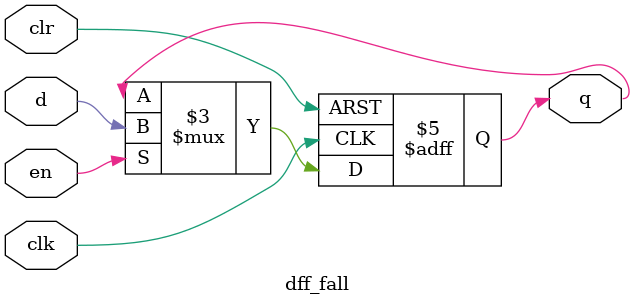
<source format=v>
module dff_fall (q, d, clk, en, clr);
   
   //Inputs
   input d, clk, en, clr;
   
   //Internal wire
   wire clr;

   //Output
   output q;
   
   //Register
   reg q;

   //Intialize q to 0
   initial
   begin
       q = 1'b0;
   end

   //Set value of q on negative edge of the clock or clear
   always @(negedge clk or posedge clr) begin
       //If clear is high, set q to 0
       if (clr) begin
           q <= 1'b0;
       //If enable is high, set q to the value of d
       end else if (en) begin
           q <= d;
       end
   end
endmodule
</source>
